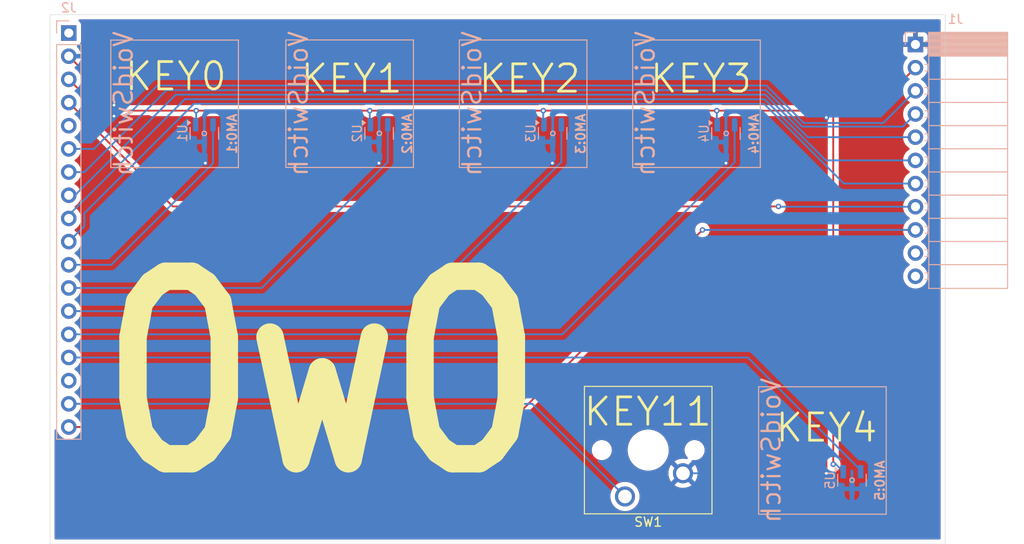
<source format=kicad_pcb>
(kicad_pcb (version 20240108) (generator "pcbnew") (generator_version "8.0")
  (layers (0 "F.Cu" signal) (31 "B.Cu" signal) (34 "B.Paste" user) (35 "F.Paste" user) (36 "B.SilkS" user "B.Silkscreen") (37 "F.SilkS" user "F.Silkscreen") (38 "B.Mask" user) (39 "F.Mask" user) (44 "Edge.Cuts" user))
  (net 0 "")
  (net 1 "KEY7")
  (net 2 "KEY9")
  (net 3 "GND")
  (net 4 "KEY8")
  (net 5 "+3V3")
  (net 6 "KEY10")
  (net 7 "KEY6")
  (net 8 "KEY5")
  (net 9 "KEY11")
  (net 10 "KEY0")
  (net 11 "KEY4")
  (net 12 "KEY1")
  (net 13 "KEY2")
  (net 14 "KEY3")
  (net 17 "R_DETECTION")
  (footprint "Button_Switch_Keyboard:SW_Cherry_MX_1.00u_PCB" (layer "F.Cu") (at 158.448612 120.782637 180)
    (property "Reference" "SW1" (at -2.54 -2.794 0) (layer "F.SilkS"))
    (property "Value" "SW_Push")
    (fp_line (start 4.445 12.065) (end -9.525 12.065) (stroke (width 0.12)) (layer "F.SilkS"))
    (fp_line (start 4.445 -1.905) (end 4.445 12.065) (stroke (width 0.12)) (layer "F.SilkS"))
    (fp_line (start -9.525 12.065) (end -9.525 -1.905) (stroke (width 0.12)) (layer "F.SilkS"))
    (fp_line (start -9.525 -1.905) (end 4.445 -1.905) (stroke (width 0.12)) (layer "F.SilkS"))
    (pad "" np_thru_hole circle (at -7.62 5.08 180) (size 1.7 1.7) (drill 1.7) (layers "*.Cu" "*.Mask"))
    (pad "" np_thru_hole circle (at -2.54 5.08 180) (size 4 4) (drill 4) (layers "*.Cu" "*.Mask"))
    (pad "" np_thru_hole circle (at 2.54 5.08 180) (size 1.7 1.7) (drill 1.7) (layers "*.Cu" "*.Mask"))
    (pad "1" thru_hole circle (at 0 0 180) (size 2.2 2.2) (drill 1.5) (layers "*.Cu" "*.Mask") (net 9 "KEY11"))
    (pad "2" thru_hole circle (at -6.35 2.54 180) (size 2.2 2.2) (drill 1.5) (layers "*.Cu" "*.Mask") (net 3 "GND"))
  )
  (footprint "Package_TO_SOT_SMD:SOT-23" (layer "B.Cu") (at 131.528085 80.992637 -90)
    (property "Reference" "U2" (at 0 2.4 90) (layer "B.SilkS") (effects (justify mirror)))
    (property "Value" "Hall_Sensor")
    (fp_line (start -0.65 1.56) (end 0 1.56) (stroke (width 0.12)) (layer "B.SilkS"))
    (fp_line (start 0.65 1.56) (end 0 1.56) (stroke (width 0.12)) (layer "B.SilkS"))
    (fp_line (start -0.65 -1.56) (end 0 -1.56) (stroke (width 0.12)) (layer "B.SilkS"))
    (fp_line (start 0.65 -1.56) (end 0 -1.56) (stroke (width 0.12)) (layer "B.SilkS"))
    (fp_poly (pts (xy -1.1625 1.51) (xy -1.4025 1.84) (xy -0.9225 1.84) (xy -1.1625 1.51)) (stroke (width 0.12)) (fill solid) (layer "B.SilkS"))
    (pad "1" smd roundrect (at -0.9375 0.95 270) (size 1.475 0.6) (layers "B.Cu" "B.Paste" "B.Mask") (net 5 "+3V3"))
    (pad "2" smd roundrect (at -0.9375 -0.95 270) (size 1.475 0.6) (layers "B.Cu" "B.Paste" "B.Mask") (net 12 "KEY1"))
    (pad "3" smd roundrect (at 0.9375 0 270) (size 1.475 0.6) (layers "B.Cu" "B.Paste" "B.Mask") (net 3 "GND"))
  )
  (footprint "Connector_PinSocket_2.54mm:PinSocket_1x11_P2.54mm_Horizontal" (layer "B.Cu") (at 190.25 71.25 180)
    (property "Reference" "J1" (at -4.38 2.77 360) (layer "B.SilkS") (effects (justify mirror)))
    (property "Value" "Conn_01x11_Socket")
    (fp_line (start 1.11 1.33) (end 0 1.33) (stroke (width 0.12)) (layer "B.SilkS"))
    (fp_line (start 1.11 0) (end 1.11 1.33) (stroke (width 0.12)) (layer "B.SilkS"))
    (fp_line (start -1.05 -2.18) (end -1.46 -2.18) (stroke (width 0.12)) (layer "B.SilkS"))
    (fp_line (start -1.05 -2.9) (end -1.46 -2.9) (stroke (width 0.12)) (layer "B.SilkS"))
    (fp_line (start -1.05 -4.72) (end -1.46 -4.72) (stroke (width 0.12)) (layer "B.SilkS"))
    (fp_line (start -1.05 -5.44) (end -1.46 -5.44) (stroke (width 0.12)) (layer "B.SilkS"))
    (fp_line (start -1.05 -7.26) (end -1.46 -7.26) (stroke (width 0.12)) (layer "B.SilkS"))
    (fp_line (start -1.05 -7.98) (end -1.46 -7.98) (stroke (width 0.12)) (layer "B.SilkS"))
    (fp_line (start -1.05 -9.8) (end -1.46 -9.8) (stroke (width 0.12)) (layer "B.SilkS"))
    (fp_line (start -1.05 -10.52) (end -1.46 -10.52) (stroke (width 0.12)) (layer "B.SilkS"))
    (fp_line (start -1.05 -12.34) (end -1.46 -12.34) (stroke (width 0.12)) (layer "B.SilkS"))
    (fp_line (start -1.05 -13.06) (end -1.46 -13.06) (stroke (width 0.12)) (layer "B.SilkS"))
    (fp_line (start -1.05 -14.88) (end -1.46 -14.88) (stroke (width 0.12)) (layer "B.SilkS"))
    (fp_line (start -1.05 -15.6) (end -1.46 -15.6) (stroke (width 0.12)) (layer "B.SilkS"))
    (fp_line (start -1.05 -17.42) (end -1.46 -17.42) (stroke (width 0.12)) (layer "B.SilkS"))
    (fp_line (start -1.05 -18.14) (end -1.46 -18.14) (stroke (width 0.12)) (layer "B.SilkS"))
    (fp_line (start -1.05 -19.96) (end -1.46 -19.96) (stroke (width 0.12)) (layer "B.SilkS"))
    (fp_line (start -1.05 -20.68) (end -1.46 -20.68) (stroke (width 0.12)) (layer "B.SilkS"))
    (fp_line (start -1.05 -22.5) (end -1.46 -22.5) (stroke (width 0.12)) (layer "B.SilkS"))
    (fp_line (start -1.05 -23.22) (end -1.46 -23.22) (stroke (width 0.12)) (layer "B.SilkS"))
    (fp_line (start -1.05 -25.04) (end -1.46 -25.04) (stroke (width 0.12)) (layer "B.SilkS"))
    (fp_line (start -1.05 -25.76) (end -1.46 -25.76) (stroke (width 0.12)) (layer "B.SilkS"))
    (fp_line (start -1.11 0.36) (end -1.46 0.36) (stroke (width 0.12)) (layer "B.SilkS"))
    (fp_line (start -1.11 -0.36) (end -1.46 -0.36) (stroke (width 0.12)) (layer "B.SilkS"))
    (fp_line (start -1.46 1.33) (end -10.09 1.33) (stroke (width 0.12)) (layer "B.SilkS"))
    (fp_line (start -1.46 1.21) (end -10.09 1.21) (stroke (width 0.12)) (layer "B.SilkS"))
    (fp_line (start -1.46 1.091905) (end -10.09 1.091905) (stroke (width 0.12)) (layer "B.SilkS"))
    (fp_line (start -1.46 0.97381) (end -10.09 0.97381) (stroke (width 0.12)) (layer "B.SilkS"))
    (fp_line (start -1.46 0.855715) (end -10.09 0.855715) (stroke (width 0.12)) (layer "B.SilkS"))
    (fp_line (start -1.46 0.73762) (end -10.09 0.73762) (stroke (width 0.12)) (layer "B.SilkS"))
    (fp_line (start -1.46 0.619525) (end -10.09 0.619525) (stroke (width 0.12)) (layer "B.SilkS"))
    (fp_line (start -1.46 0.50143) (end -10.09 0.50143) (stroke (width 0.12)) (layer "B.SilkS"))
    (fp_line (start -1.46 0.383335) (end -10.09 0.383335) (stroke (width 0.12)) (layer "B.SilkS"))
    (fp_line (start -1.46 0.26524) (end -10.09 0.26524) (stroke (width 0.12)) (layer "B.SilkS"))
    (fp_line (start -1.46 0.147145) (end -10.09 0.147145) (stroke (width 0.12)) (layer "B.SilkS"))
    (fp_line (start -1.46 0.02905) (end -10.09 0.02905) (stroke (width 0.12)) (layer "B.SilkS"))
    (fp_line (start -1.46 -0.089045) (end -10.09 -0.089045) (stroke (width 0.12)) (layer "B.SilkS"))
    (fp_line (start -1.46 -0.20714) (end -10.09 -0.20714) (stroke (width 0.12)) (layer "B.SilkS"))
    (fp_line (start -1.46 -0.325235) (end -10.09 -0.325235) (stroke (width 0.12)) (layer "B.SilkS"))
    (fp_line (start -1.46 -0.44333) (end -10.09 -0.44333) (stroke (width 0.12)) (layer "B.SilkS"))
    (fp_line (start -1.46 -0.561425) (end -10.09 -0.561425) (stroke (width 0.12)) (layer "B.SilkS"))
    (fp_line (start -1.46 -0.67952) (end -10.09 -0.67952) (stroke (width 0.12)) (layer "B.SilkS"))
    (fp_line (start -1.46 -0.797615) (end -10.09 -0.797615) (stroke (width 0.12)) (layer "B.SilkS"))
    (fp_line (start -1.46 -0.91571) (end -10.09 -0.91571) (stroke (width 0.12)) (layer "B.SilkS"))
    (fp_line (start -1.46 -1.033805) (end -10.09 -1.033805) (stroke (width 0.12)) (layer "B.SilkS"))
    (fp_line (start -1.46 -1.1519) (end -10.09 -1.1519) (stroke (width 0.12)) (layer "B.SilkS"))
    (fp_line (start -1.46 -1.27) (end -10.09 -1.27) (stroke (width 0.12)) (layer "B.SilkS"))
    (fp_line (start -1.46 -3.81) (end -10.09 -3.81) (stroke (width 0.12)) (layer "B.SilkS"))
    (fp_line (start -1.46 -6.35) (end -10.09 -6.35) (stroke (width 0.12)) (layer "B.SilkS"))
    (fp_line (start -1.46 -8.89) (end -10.09 -8.89) (stroke (width 0.12)) (layer "B.SilkS"))
    (fp_line (start -1.46 -11.43) (end -10.09 -11.43) (stroke (width 0.12)) (layer "B.SilkS"))
    (fp_line (start -1.46 -13.97) (end -10.09 -13.97) (stroke (width 0.12)) (layer "B.SilkS"))
    (fp_line (start -1.46 -16.51) (end -10.09 -16.51) (stroke (width 0.12)) (layer "B.SilkS"))
    (fp_line (start -1.46 -19.05) (end -10.09 -19.05) (stroke (width 0.12)) (layer "B.SilkS"))
    (fp_line (start -1.46 -21.59) (end -10.09 -21.59) (stroke (width 0.12)) (layer "B.SilkS"))
    (fp_line (start -1.46 -24.13) (end -10.09 -24.13) (stroke (width 0.12)) (layer "B.SilkS"))
    (fp_line (start -1.46 -26.73) (end -1.46 1.33) (stroke (width 0.12)) (layer "B.SilkS"))
    (fp_line (start -1.46 -26.73) (end -10.09 -26.73) (stroke (width 0.12)) (layer "B.SilkS"))
    (fp_line (start -10.09 -26.73) (end -10.09 1.33) (stroke (width 0.12)) (layer "B.SilkS"))
    (pad "1" thru_hole rect (at 0 0 180) (size 1.7 1.7) (drill 1) (layers "*.Cu" "*.Mask") (net 3 "GND"))
    (pad "2" thru_hole oval (at 0 -2.54 180) (size 1.7 1.7) (drill 1) (layers "*.Cu" "*.Mask") (net 5 "+3V3"))
    (pad "3" thru_hole oval (at 0 -5.08 180) (size 1.7 1.7) (drill 1) (layers "*.Cu" "*.Mask") (net 8 "KEY5"))
    (pad "4" thru_hole oval (at 0 -7.62 180) (size 1.7 1.7) (drill 1) (layers "*.Cu" "*.Mask") (net 7 "KEY6"))
    (pad "5" thru_hole oval (at 0 -10.16 180) (size 1.7 1.7) (drill 1) (layers "*.Cu" "*.Mask") (net 1 "KEY7"))
    (pad "6" thru_hole oval (at 0 -12.7 180) (size 1.7 1.7) (drill 1) (layers "*.Cu" "*.Mask") (net 4 "KEY8"))
    (pad "7" thru_hole oval (at 0 -15.24 180) (size 1.7 1.7) (drill 1) (layers "*.Cu" "*.Mask") (net 2 "KEY9"))
    (pad "8" thru_hole oval (at 0 -17.78 180) (size 1.7 1.7) (drill 1) (layers "*.Cu" "*.Mask") (net 6 "KEY10"))
    (pad "9" thru_hole oval (at 0 -20.32 180) (size 1.7 1.7) (drill 1) (layers "*.Cu" "*.Mask") (net 17 "R_DETECTION"))
    (pad "10" thru_hole oval (at 0 -22.86 180) (size 1.7 1.7) (drill 1) (layers "*.Cu" "*.Mask"))
    (pad "11" thru_hole oval (at 0 -25.4 180) (size 1.7 1.7) (drill 1) (layers "*.Cu" "*.Mask"))
  )
  (footprint "Package_TO_SOT_SMD:SOT-23" (layer "B.Cu") (at 169.5 81 -90)
    (property "Reference" "U4" (at 0 2.4 90) (layer "B.SilkS") (effects (justify mirror)))
    (property "Value" "Hall_Sensor")
    (fp_line (start -0.65 1.56) (end 0 1.56) (stroke (width 0.12)) (layer "B.SilkS"))
    (fp_line (start 0.65 1.56) (end 0 1.56) (stroke (width 0.12)) (layer "B.SilkS"))
    (fp_line (start -0.65 -1.56) (end 0 -1.56) (stroke (width 0.12)) (layer "B.SilkS"))
    (fp_line (start 0.65 -1.56) (end 0 -1.56) (stroke (width 0.12)) (layer "B.SilkS"))
    (fp_poly (pts (xy -1.1625 1.51) (xy -1.4025 1.84) (xy -0.9225 1.84) (xy -1.1625 1.51)) (stroke (width 0.12)) (fill solid) (layer "B.SilkS"))
    (pad "1" smd roundrect (at -0.9375 0.95 270) (size 1.475 0.6) (layers "B.Cu" "B.Paste" "B.Mask") (net 5 "+3V3"))
    (pad "2" smd roundrect (at -0.9375 -0.95 270) (size 1.475 0.6) (layers "B.Cu" "B.Paste" "B.Mask") (net 14 "KEY3"))
    (pad "3" smd roundrect (at 0.9375 0 270) (size 1.475 0.6) (layers "B.Cu" "B.Paste" "B.Mask") (net 3 "GND"))
  )
  (footprint "Package_TO_SOT_SMD:SOT-23" (layer "B.Cu") (at 183.298612 119 -90)
    (property "Reference" "U5" (at 0 2.4 90) (layer "B.SilkS") (effects (justify mirror)))
    (property "Value" "Hall_Sensor")
    (fp_line (start -0.65 1.56) (end 0 1.56) (stroke (width 0.12)) (layer "B.SilkS"))
    (fp_line (start 0.65 1.56) (end 0 1.56) (stroke (width 0.12)) (layer "B.SilkS"))
    (fp_line (start -0.65 -1.56) (end 0 -1.56) (stroke (width 0.12)) (layer "B.SilkS"))
    (fp_line (start 0.65 -1.56) (end 0 -1.56) (stroke (width 0.12)) (layer "B.SilkS"))
    (fp_poly (pts (xy -1.1625 1.51) (xy -1.4025 1.84) (xy -0.9225 1.84) (xy -1.1625 1.51)) (stroke (width 0.12)) (fill solid) (layer "B.SilkS"))
    (pad "1" smd roundrect (at -0.9375 0.95 270) (size 1.475 0.6) (layers "B.Cu" "B.Paste" "B.Mask") (net 5 "+3V3"))
    (pad "2" smd roundrect (at -0.9375 -0.95 270) (size 1.475 0.6) (layers "B.Cu" "B.Paste" "B.Mask") (net 11 "KEY4"))
    (pad "3" smd roundrect (at 0.9375 0 270) (size 1.475 0.6) (layers "B.Cu" "B.Paste" "B.Mask") (net 3 "GND"))
  )
  (footprint "void_switch:VoidSwitch_1u_SMD" (layer "B.Cu") (at 109.136292 77.75 -90)
    (property "Reference" "AM0:1" (at 3.3 -6.3 90) (layer "B.SilkS") (effects (font (thickness 0.2)) (justify mirror)))
    (property "Value" "VoidSwitch")
    (fp_line (start -6.985 6.985) (end -6.985 -6.985) (stroke (width 0.12)) (layer "B.SilkS"))
    (fp_line (start 6.985 6.985) (end -6.985 6.985) (stroke (width 0.12)) (layer "B.SilkS"))
    (fp_line (start -6.985 -6.985) (end 6.985 -6.985) (stroke (width 0.12)) (layer "B.SilkS"))
    (fp_line (start 6.985 -6.985) (end 6.985 6.985) (stroke (width 0.12)) (layer "B.SilkS"))
    (fp_circle (center 3.25 -3.25) (end 3.493778 -3.25) (stroke (width 0.125)) (fill none) (layer "B.SilkS"))
    (fp_text user "${VALUE}" (at 0 5.6 90) (layer "B.SilkS") (effects (font (size 2 2) (thickness 0.25)) (justify mirror)))
  )
  (footprint "Package_TO_SOT_SMD:SOT-23" (layer "B.Cu") (at 150.528085 80.985988 -90)
    (property "Reference" "U3" (at 0 2.4 90) (layer "B.SilkS") (effects (justify mirror)))
    (property "Value" "Hall_Sensor")
    (fp_line (start -0.65 1.56) (end 0 1.56) (stroke (width 0.12)) (layer "B.SilkS"))
    (fp_line (start 0.65 1.56) (end 0 1.56) (stroke (width 0.12)) (layer "B.SilkS"))
    (fp_line (start -0.65 -1.56) (end 0 -1.56) (stroke (width 0.12)) (layer "B.SilkS"))
    (fp_line (start 0.65 -1.56) (end 0 -1.56) (stroke (width 0.12)) (layer "B.SilkS"))
    (fp_poly (pts (xy -1.1625 1.51) (xy -1.4025 1.84) (xy -0.9225 1.84) (xy -1.1625 1.51)) (stroke (width 0.12)) (fill solid) (layer "B.SilkS"))
    (pad "1" smd roundrect (at -0.9375 0.95 270) (size 1.475 0.6) (layers "B.Cu" "B.Paste" "B.Mask") (net 5 "+3V3"))
    (pad "2" smd roundrect (at -0.9375 -0.95 270) (size 1.475 0.6) (layers "B.Cu" "B.Paste" "B.Mask") (net 13 "KEY2"))
    (pad "3" smd roundrect (at 0.9375 0 270) (size 1.475 0.6) (layers "B.Cu" "B.Paste" "B.Mask") (net 3 "GND"))
  )
  (footprint "Package_TO_SOT_SMD:SOT-23" (layer "B.Cu") (at 112.392974 80.987422 -90)
    (property "Reference" "U1" (at 0 2.4 90) (layer "B.SilkS") (effects (justify mirror)))
    (property "Value" "Hall_Sensor")
    (fp_line (start -0.65 1.56) (end 0 1.56) (stroke (width 0.12)) (layer "B.SilkS"))
    (fp_line (start 0.65 1.56) (end 0 1.56) (stroke (width 0.12)) (layer "B.SilkS"))
    (fp_line (start -0.65 -1.56) (end 0 -1.56) (stroke (width 0.12)) (layer "B.SilkS"))
    (fp_line (start 0.65 -1.56) (end 0 -1.56) (stroke (width 0.12)) (layer "B.SilkS"))
    (fp_poly (pts (xy -1.1625 1.51) (xy -1.4025 1.84) (xy -0.9225 1.84) (xy -1.1625 1.51)) (stroke (width 0.12)) (fill solid) (layer "B.SilkS"))
    (pad "1" smd roundrect (at -0.9375 0.95 270) (size 1.475 0.6) (layers "B.Cu" "B.Paste" "B.Mask") (net 5 "+3V3"))
    (pad "2" smd roundrect (at -0.9375 -0.95 270) (size 1.475 0.6) (layers "B.Cu" "B.Paste" "B.Mask") (net 10 "KEY0"))
    (pad "3" smd roundrect (at 0.9375 0 270) (size 1.475 0.6) (layers "B.Cu" "B.Paste" "B.Mask") (net 3 "GND"))
  )
  (footprint "void_switch:VoidSwitch_1u_SMD" (layer "B.Cu") (at 180.063465 115.742637 -90)
    (property "Reference" "AM0:5" (at 3.3 -6.3 90) (layer "B.SilkS") (effects (font (thickness 0.2)) (justify mirror)))
    (property "Value" "VoidSwitch")
    (fp_line (start -6.985 6.985) (end -6.985 -6.985) (stroke (width 0.12)) (layer "B.SilkS"))
    (fp_line (start 6.985 6.985) (end -6.985 6.985) (stroke (width 0.12)) (layer "B.SilkS"))
    (fp_line (start -6.985 -6.985) (end 6.985 -6.985) (stroke (width 0.12)) (layer "B.SilkS"))
    (fp_line (start 6.985 -6.985) (end 6.985 6.985) (stroke (width 0.12)) (layer "B.SilkS"))
    (fp_circle (center 3.25 -3.25) (end 3.493778 -3.25) (stroke (width 0.125)) (fill none) (layer "B.SilkS"))
    (fp_text user "${VALUE}" (at 0 5.6 90) (layer "B.SilkS") (effects (font (size 2 2) (thickness 0.25)) (justify mirror)))
  )
  (footprint "void_switch:VoidSwitch_1u_SMD" (layer "B.Cu") (at 147.298612 77.742637 -90)
    (property "Reference" "AM0:3" (at 3.3 -6.3 90) (layer "B.SilkS") (effects (font (thickness 0.2)) (justify mirror)))
    (property "Value" "VoidSwitch")
    (fp_line (start -6.985 6.985) (end -6.985 -6.985) (stroke (width 0.12)) (layer "B.SilkS"))
    (fp_line (start 6.985 6.985) (end -6.985 6.985) (stroke (width 0.12)) (layer "B.SilkS"))
    (fp_line (start -6.985 -6.985) (end 6.985 -6.985) (stroke (width 0.12)) (layer "B.SilkS"))
    (fp_line (start 6.985 -6.985) (end 6.985 6.985) (stroke (width 0.12)) (layer "B.SilkS"))
    (fp_circle (center 3.25 -3.25) (end 3.493778 -3.25) (stroke (width 0.125)) (fill none) (layer "B.SilkS"))
    (fp_text user "${VALUE}" (at 0 5.6 90) (layer "B.SilkS") (effects (font (size 2 2) (thickness 0.25)) (justify mirror)))
  )
  (footprint "Connector_PinSocket_2.54mm:PinSocket_1x18_P2.54mm_Vertical" (layer "B.Cu") (at 97.548612 69.992637 180)
    (property "Reference" "J2" (at 0 2.77 0) (layer "B.SilkS") (effects (justify mirror)))
    (property "Value" "Conn_01x18_Socket")
    (fp_line (start 1.33 1.33) (end 0 1.33) (stroke (width 0.12)) (layer "B.SilkS"))
    (fp_line (start 1.33 0) (end 1.33 1.33) (stroke (width 0.12)) (layer "B.SilkS"))
    (fp_line (start 1.33 -1.27) (end -1.33 -1.27) (stroke (width 0.12)) (layer "B.SilkS"))
    (fp_line (start 1.33 -44.51) (end 1.33 -1.27) (stroke (width 0.12)) (layer "B.SilkS"))
    (fp_line (start 1.33 -44.51) (end -1.33 -44.51) (stroke (width 0.12)) (layer "B.SilkS"))
    (fp_line (start -1.33 -44.51) (end -1.33 -1.27) (stroke (width 0.12)) (layer "B.SilkS"))
    (pad "1" thru_hole rect (at 0 0 180) (size 1.7 1.7) (drill 1) (layers "*.Cu" "*.Mask"))
    (pad "2" thru_hole oval (at 0 -2.54 180) (size 1.7 1.7) (drill 1) (layers "*.Cu" "*.Mask") (net 3 "GND"))
    (pad "3" thru_hole oval (at 0 -5.08 180) (size 1.7 1.7) (drill 1) (layers "*.Cu" "*.Mask") (net 5 "+3V3"))
    (pad "4" thru_hole oval (at 0 -7.62 180) (size 1.7 1.7) (drill 1) (layers "*.Cu" "*.Mask") (net 6 "KEY10"))
    (pad "5" thru_hole oval (at 0 -10.16 180) (size 1.7 1.7) (drill 1) (layers "*.Cu" "*.Mask"))
    (pad "6" thru_hole oval (at 0 -12.7 180) (size 1.7 1.7) (drill 1) (layers "*.Cu" "*.Mask") (net 8 "KEY5"))
    (pad "7" thru_hole oval (at 0 -15.24 180) (size 1.7 1.7) (drill 1) (layers "*.Cu" "*.Mask") (net 7 "KEY6"))
    (pad "8" thru_hole oval (at 0 -17.78 180) (size 1.7 1.7) (drill 1) (layers "*.Cu" "*.Mask") (net 1 "KEY7"))
    (pad "9" thru_hole oval (at 0 -20.32 180) (size 1.7 1.7) (drill 1) (layers "*.Cu" "*.Mask") (net 4 "KEY8"))
    (pad "10" thru_hole oval (at 0 -22.86 180) (size 1.7 1.7) (drill 1) (layers "*.Cu" "*.Mask") (net 2 "KEY9"))
    (pad "11" thru_hole oval (at 0 -25.4 180) (size 1.7 1.7) (drill 1) (layers "*.Cu" "*.Mask") (net 10 "KEY0"))
    (pad "12" thru_hole oval (at 0 -27.94 180) (size 1.7 1.7) (drill 1) (layers "*.Cu" "*.Mask") (net 12 "KEY1"))
    (pad "13" thru_hole oval (at 0 -30.48 180) (size 1.7 1.7) (drill 1) (layers "*.Cu" "*.Mask") (net 13 "KEY2"))
    (pad "14" thru_hole oval (at 0 -33.02 180) (size 1.7 1.7) (drill 1) (layers "*.Cu" "*.Mask") (net 14 "KEY3"))
    (pad "15" thru_hole oval (at 0 -35.56 180) (size 1.7 1.7) (drill 1) (layers "*.Cu" "*.Mask") (net 11 "KEY4"))
    (pad "16" thru_hole oval (at 0 -38.1 180) (size 1.7 1.7) (drill 1) (layers "*.Cu" "*.Mask"))
    (pad "17" thru_hole oval (at 0 -40.64 180) (size 1.7 1.7) (drill 1) (layers "*.Cu" "*.Mask") (net 9 "KEY11"))
    (pad "18" thru_hole oval (at 0 -43.18 180) (size 1.7 1.7) (drill 1) (layers "*.Cu" "*.Mask") (net 17 "R_DETECTION"))
  )
  (footprint "void_switch:VoidSwitch_1u_SMD" (layer "B.Cu") (at 128.300842 77.73702 -90)
    (property "Reference" "AM0:2" (at 3.3 -6.3 90) (layer "B.SilkS") (effects (font (thickness 0.2)) (justify mirror)))
    (property "Value" "VoidSwitch")
    (fp_line (start -6.985 6.985) (end -6.985 -6.985) (stroke (width 0.12)) (layer "B.SilkS"))
    (fp_line (start 6.985 6.985) (end -6.985 6.985) (stroke (width 0.12)) (layer "B.SilkS"))
    (fp_line (start -6.985 -6.985) (end 6.985 -6.985) (stroke (width 0.12)) (layer "B.SilkS"))
    (fp_line (start 6.985 -6.985) (end 6.985 6.985) (stroke (width 0.12)) (layer "B.SilkS"))
    (fp_circle (center 3.25 -3.25) (end 3.493778 -3.25) (stroke (width 0.125)) (fill none) (layer "B.SilkS"))
    (fp_text user "${VALUE}" (at 0 5.6 90) (layer "B.SilkS") (effects (font (size 2 2) (thickness 0.25)) (justify mirror)))
  )
  (footprint "void_switch:VoidSwitch_1u_SMD" (layer "B.Cu") (at 166.278085 77.742637 -90)
    (property "Reference" "AM0:4" (at 3.3 -6.3 90) (layer "B.SilkS") (effects (font (thickness 0.2)) (justify mirror)))
    (property "Value" "VoidSwitch")
    (fp_line (start -6.985 6.985) (end -6.985 -6.985) (stroke (width 0.12)) (layer "B.SilkS"))
    (fp_line (start 6.985 6.985) (end -6.985 6.985) (stroke (width 0.12)) (layer "B.SilkS"))
    (fp_line (start -6.985 -6.985) (end 6.985 -6.985) (stroke (width 0.12)) (layer "B.SilkS"))
    (fp_line (start 6.985 -6.985) (end 6.985 6.985) (stroke (width 0.12)) (layer "B.SilkS"))
    (fp_circle (center 3.25 -3.25) (end 3.493778 -3.25) (stroke (width 0.125)) (fill none) (layer "B.SilkS"))
    (fp_text user "${VALUE}" (at 0 5.6 90) (layer "B.SilkS") (effects (font (size 2 2) (thickness 0.25)) (justify mirror)))
  )
  (gr_rect (start 95.5 67.992637) (end 193.5 125.992637) (stroke (width 0.05)) (fill none) (layer "Edge.Cuts"))
  (gr_text "KEY2" (at 142.25 76.75 0) (layer "F.SilkS") (effects (font (size 3 3) (thickness 0.3)) (justify left bottom)))
  (gr_text "KEY3" (at 161 76.75 0) (layer "F.SilkS") (effects (font (size 3 3) (thickness 0.3)) (justify left bottom)))
  (gr_text "KEY1" (at 122.75 76.75 0) (layer "F.SilkS") (effects (font (size 3 3) (thickness 0.3)) (justify left bottom)))
  (gr_text "KEY0" (at 103.5 76.5 0) (layer "F.SilkS") (effects (font (size 3 3) (thickness 0.3)) (justify left bottom)))
  (gr_text "OwO" (at 99.75 119.25 0) (layer "F.SilkS") (effects (font (size 20 15) (thickness 3) (bold yes)) (justify left bottom)))
  (gr_text "KEY4" (at 174.75 115 0) (layer "F.SilkS") (effects (font (size 3 3) (thickness 0.3)) (justify left bottom)))
  (gr_text "KEY11" (at 153.75 113.25 0) (layer "F.SilkS") (effects (font (size 3 3) (thickness 0.3)) (justify left bottom)))
  (segment (start 173.802942 76.75) (end 178.462942 81.41) (width 0.2) (layer "B.Cu") (net 1))
  (segment (start 98.227363 87.772637) (end 109.25 76.75) (width 0.2) (layer "B.Cu") (net 1))
  (segment (start 109.25 76.75) (end 173.802942 76.75) (width 0.2) (layer "B.Cu") (net 1))
  (segment (start 178.462942 81.41) (end 190.25 81.41) (width 0.2) (layer "B.Cu") (net 1))
  (segment (start 173.67157 77.75) (end 182.41157 86.49) (width 0.2) (layer "B.Cu") (net 2))
  (segment (start 99.25 91.151249) (end 99.25 89.75) (width 0.2) (layer "B.Cu") (net 2))
  (segment (start 97.548612 92.852637) (end 99.25 91.151249) (width 0.2) (layer "B.Cu") (net 2))
  (segment (start 111.25 77.75) (end 173.67157 77.75) (width 0.2) (layer "B.Cu") (net 2))
  (segment (start 99.25 89.75) (end 111.25 77.75) (width 0.2) (layer "B.Cu") (net 2))
  (segment (start 182.41157 86.49) (end 190.25 86.49) (width 0.2) (layer "B.Cu") (net 2))
  (segment (start 102.5 77.484025) (end 97.548612 72.532637) (width 0.2) (layer "F.Cu") (net 3))
  (segment (start 102.5 79.1) (end 106.35 79.1) (width 0.2) (layer "F.Cu") (net 3))
  (segment (start 102.5 77.9) (end 102.5 77.484025) (width 0.2) (layer "F.Cu") (net 3))
  (segment (start 111.5 84.25) (end 169.5 84.25) (width 0.2) (layer "F.Cu") (net 3))
  (segment (start 106.35 79.1) (end 111.5 84.25) (width 0.2) (layer "F.Cu") (net 3))
  (segment (start 180.5 84.25) (end 180.5 79.25) (width 0.2) (layer "F.Cu") (net 3))
  (segment (start 180.5 84.25) (end 169.5 84.25) (width 0.2) (layer "F.Cu") (net 3))
  (segment (start 180.5 84.25) (end 180.5 118.25) (width 0.2) (layer "F.Cu") (net 3))
  (via (at 180.5 118.25) (size 0.6) (drill 0.3) (layers "F.Cu" "B.Cu") (net 3))
  (via (at 112.5 84.25) (size 0.6) (drill 0.3) (layers "F.Cu" "B.Cu") (net 3))
  (via (at 169.5 84.25) (size 0.6) (drill 0.3) (layers "F.Cu" "B.Cu") (net 3))
  (via (at 150.5 84.25) (size 0.6) (drill 0.3) (layers "F.Cu" "B.Cu") (net 3))
  (via (at 180.5 79.25) (size 0.6) (drill 0.3) (layers "F.Cu" "B.Cu") (net 3))
  (via (at 102.5 79.1) (size 0.6) (drill 0.3) (layers "F.Cu" "B.Cu") (net 3))
  (via (at 102.5 77.9) (size 0.6) (drill 0.3) (layers "F.Cu" "B.Cu") (net 3))
  (via (at 131.5 84.25) (size 0.6) (drill 0.3) (layers "F.Cu" "B.Cu") (net 3))
  (segment (start 150.5 84.25) (end 150.5 84) (width 0.2) (layer "B.Cu") (net 3))
  (segment (start 112.392974 84.142974) (end 112.392974 81.924922) (width 0.2) (layer "B.Cu") (net 3))
  (segment (start 180.5 79.25) (end 180.5 76) (width 0.2) (layer "B.Cu") (net 3))
  (segment (start 185.25 71.25) (end 190.25 71.25) (width 0.2) (layer "B.Cu") (net 3))
  (segment (start 150.5 84) (end 150.528085 83.971915) (width 0.2) (layer "B.Cu") (net 3))
  (segment (start 131.5 84) (end 131.528085 83.971915) (width 0.2) (layer "B.Cu") (net 3))
  (segment (start 179.757363 118.242637) (end 164.798612 118.242637) (width 0.2) (layer "B.Cu") (net 3))
  (segment (start 150.528085 83.971915) (end 150.528085 81.923488) (width 0.2) (layer "B.Cu") (net 3))
  (segment (start 102.5 77.9) (end 102.5 78.75) (width 0.2) (layer "B.Cu") (net 3))
  (segment (start 180.5 118.25) (end 179.764726 118.25) (width 0.2) (layer "B.Cu") (net 3))
  (segment (start 112.5 84.25) (end 112.392974 84.142974) (width 0.2) (layer "B.Cu") (net 3))
  (segment (start 182.1875 119.9375) (end 183.298612 119.9375) (width 0.2) (layer "B.Cu") (net 3))
  (segment (start 180.5 118.25) (end 182.1875 119.9375) (width 0.2) (layer "B.Cu") (net 3))
  (segment (start 131.528085 83.971915) (end 131.528085 81.930137) (width 0.2) (layer "B.Cu") (net 3))
  (segment (start 102.5 78.75) (end 102.5 79.1) (width 0.2) (layer "B.Cu") (net 3))
  (segment (start 169.5 84.25) (end 169.5 81.9375) (width 0.2) (layer "B.Cu") (net 3))
  (segment (start 180.5 76) (end 185.25 71.25) (width 0.2) (layer "B.Cu") (net 3))
  (segment (start 179.764726 118.25) (end 179.757363 118.242637) (width 0.2) (layer "B.Cu") (net 3))
  (segment (start 131.5 84.25) (end 131.5 84) (width 0.2) (layer "B.Cu") (net 3))
  (segment (start 110.25 77.25) (end 173.737256 77.25) (width 0.2) (layer "B.Cu") (net 4))
  (segment (start 173.737256 77.25) (end 180.437256 83.95) (width 0.2) (layer "B.Cu") (net 4))
  (segment (start 180.437256 83.95) (end 190.25 83.95) (width 0.2) (layer "B.Cu") (net 4))
  (segment (start 97.548612 89.951388) (end 110.25 77.25) (width 0.2) (layer "B.Cu") (net 4))
  (segment (start 180.75 78.5) (end 100.975975 78.5) (width 0.2) (layer "F.Cu") (net 5))
  (segment (start 185.54 78.5) (end 190.25 73.79) (width 0.2) (layer "F.Cu") (net 5))
  (segment (start 181.25 117.25) (end 181.25 78.5) (width 0.2) (layer "F.Cu") (net 5))
  (segment (start 180.75 78.5) (end 185.54 78.5) (width 0.2) (layer "F.Cu") (net 5))
  (segment (start 100.975975 78.5) (end 97.548612 75.072637) (width 0.2) (layer "F.Cu") (net 5))
  (via (at 181.25 117.25) (size 0.6) (drill 0.3) (layers "F.Cu" "B.Cu") (net 5))
  (via (at 111.5 78.5) (size 0.6) (drill 0.3) (layers "F.Cu" "B.Cu") (net 5))
  (via (at 149.5 78.5) (size 0.6) (drill 0.3) (layers "F.Cu" "B.Cu") (net 5))
  (via (at 168.5 78.5) (size 0.6) (drill 0.3) (layers "F.Cu" "B.Cu") (net 5))
  (via (at 130.5 78.5) (size 0.6) (drill 0.3) (layers "F.Cu" "B.Cu") (net 5))
  (segment (start 111.5 78.5) (end 111.5 79.992896) (width 0.2) (layer "B.Cu") (net 5))
  (segment (start 149.5 78.5) (end 149.5 79.970403) (width 0.2) (layer "B.Cu") (net 5))
  (segment (start 181.25 117.25) (end 181.536112 117.25) (width 0.2) (layer "B.Cu") (net 5))
  (segment (start 181.536112 117.25) (end 182.348612 118.0625) (width 0.2) (layer "B.Cu") (net 5))
  (segment (start 130.5 78.5) (end 130.5 79.977052) (width 0.2) (layer "B.Cu") (net 5))
  (segment (start 168.5 78.5) (end 168.5 80.0125) (width 0.2) (layer "B.Cu") (net 5))
  (segment (start 175.25 89) (end 108.935975 89) (width 0.2) (layer "F.Cu") (net 6))
  (segment (start 108.935975 89) (end 97.548612 77.612637) (width 0.2) (layer "F.Cu") (net 6))
  (via (at 175.25 89) (size 0.6) (drill 0.3) (layers "F.Cu" "B.Cu") (net 6))
  (segment (start 175.28 89.03) (end 190.25 89.03) (width 0.2) (layer "B.Cu") (net 6))
  (segment (start 175.25 89) (end 175.28 89.03) (width 0.2) (layer "B.Cu") (net 6))
  (segment (start 108.25 76.25) (end 173.868628 76.25) (width 0.2) (layer "B.Cu") (net 7))
  (segment (start 188.87 80.25) (end 190.25 78.87) (width 0.2) (layer "B.Cu") (net 7))
  (segment (start 97.548612 85.232637) (end 99.267363 85.232637) (width 0.2) (layer "B.Cu") (net 7))
  (segment (start 173.868628 76.25) (end 177.868628 80.25) (width 0.2) (layer "B.Cu") (net 7))
  (segment (start 99.267363 85.232637) (end 108.25 76.25) (width 0.2) (layer "B.Cu") (net 7))
  (segment (start 177.868628 80.25) (end 188.87 80.25) (width 0.2) (layer "B.Cu") (net 7))
  (segment (start 173.934314 75.75) (end 178.034314 79.85) (width 0.2) (layer "B.Cu") (net 8))
  (segment (start 178.034314 79.85) (end 186.73 79.85) (width 0.2) (layer "B.Cu") (net 8))
  (segment (start 97.548612 82.692637) (end 100.307363 82.692637) (width 0.2) (layer "B.Cu") (net 8))
  (segment (start 100.307363 82.692637) (end 107.25 75.75) (width 0.2) (layer "B.Cu") (net 8))
  (segment (start 107.25 75.75) (end 173.934314 75.75) (width 0.2) (layer "B.Cu") (net 8))
  (segment (start 186.73 79.85) (end 190.25 76.33) (width 0.2) (layer "B.Cu") (net 8))
  (segment (start 148.298612 110.632637) (end 158.448612 120.782637) (width 0.2) (layer "B.Cu") (net 9))
  (segment (start 97.548612 110.632637) (end 148.298612 110.632637) (width 0.2) (layer "B.Cu") (net 9))
  (segment (start 113.342974 84.255555) (end 113.342974 80.049922) (width 0.2) (layer "B.Cu") (net 10))
  (segment (start 97.548612 95.392637) (end 102.205892 95.392637) (width 0.2) (layer "B.Cu") (net 10))
  (segment (start 102.205892 95.392637) (end 113.342974 84.255555) (width 0.2) (layer "B.Cu") (net 10))
  (segment (start 97.548612 105.552637) (end 171.901166 105.552637) (width 0.2) (layer "B.Cu") (net 11))
  (segment (start 171.901166 105.552637) (end 184.248612 117.900083) (width 0.2) (layer "B.Cu") (net 11))
  (segment (start 118.665892 97.932637) (end 132.478085 84.120444) (width 0.2) (layer "B.Cu") (net 12))
  (segment (start 132.478085 84.120444) (end 132.478085 80.055137) (width 0.2) (layer "B.Cu") (net 12))
  (segment (start 97.548612 97.932637) (end 118.665892 97.932637) (width 0.2) (layer "B.Cu") (net 12))
  (segment (start 135.125892 100.472637) (end 151.478085 84.120444) (width 0.2) (layer "B.Cu") (net 13))
  (segment (start 151.478085 84.120444) (end 151.478085 80.048488) (width 0.2) (layer "B.Cu") (net 13))
  (segment (start 97.548612 100.472637) (end 135.125892 100.472637) (width 0.2) (layer "B.Cu") (net 13))
  (segment (start 97.548612 103.012637) (end 151.585892 103.012637) (width 0.2) (layer "B.Cu") (net 14))
  (segment (start 151.585892 103.012637) (end 170.45 84.148529) (width 0.2) (layer "B.Cu") (net 14))
  (segment (start 170.45 84.148529) (end 170.45 80.0625) (width 0.2) (layer "B.Cu") (net 14))
  (segment (start 166.93 91.57) (end 145.327363 113.172637) (width 0.2) (layer "F.Cu") (net 17))
  (segment (start 145.327363 113.172637) (end 97.548612 113.172637) (width 0.2) (layer "F.Cu") (net 17))
  (via (at 166.93 91.57) (size 0.6) (drill 0.3) (layers "F.Cu" "B.Cu") (net 17))
  (segment (start 166.93 91.57) (end 190.25 91.57) (width 0.2) (layer "B.Cu") (net 17))
  (zone (net 3) (net_name "GND") (layer "F.Cu") (connect_pads (clearance 0.5)) (min_thickness 0.25) (fill yes (thermal_gap 0.5) (thermal_bridge_width 0.5))
    (polygon (pts (xy 95.5 68) (xy 193.5 68) (xy 193.5 126) (xy 95.5 126)))
  )
  (zone (net 3) (net_name "GND") (layer "B.Cu") (priority 1) (connect_pads (clearance 0.5)) (min_thickness 0.25) (fill yes (thermal_gap 0.5) (thermal_bridge_width 0.5))
    (polygon (pts (xy 95.5 68) (xy 193.5 68) (xy 193.5 126) (xy 95.5 126)))
  )
)
</source>
